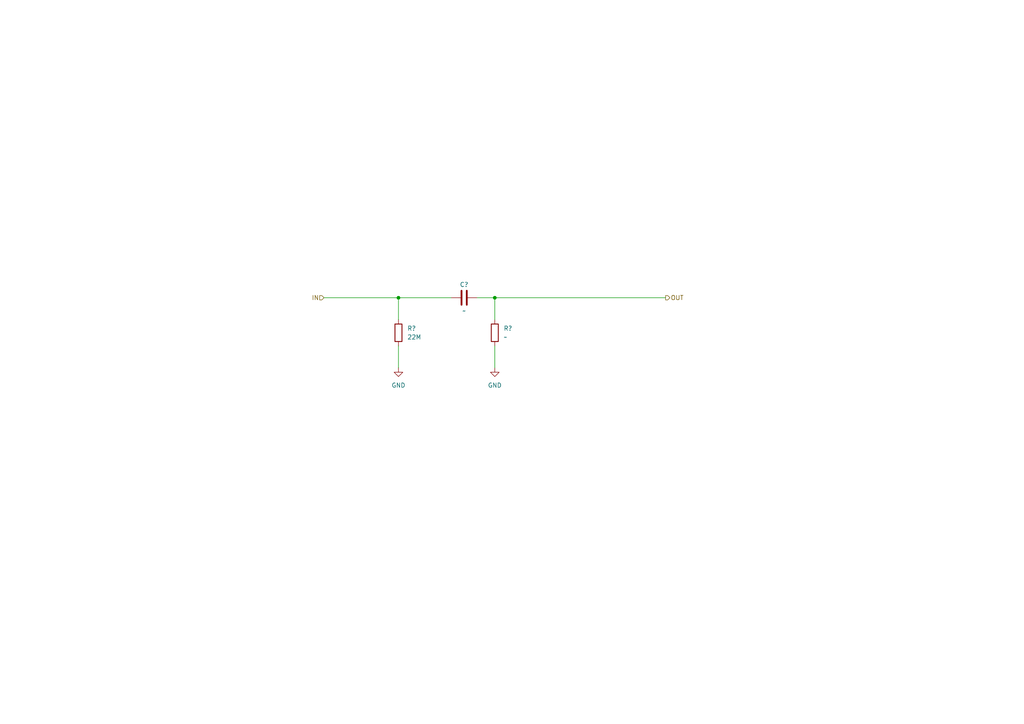
<source format=kicad_sch>
(kicad_sch (version 20211123) (generator eeschema)
  (paper "A4")
  (lib_symbols
    (symbol "Device:C" (pin_numbers hide) (pin_names (offset 0.254))
      (property "Reference" "C" (at 0.635 2.54 0))
      (property "Value" "C" (at 0.635 -2.54 0))
      (symbol "C_0_1"
        (polyline (pts (xy -2.032 -0.762) (xy 2.032 -0.762)) (stroke (width 0.508)))
        (polyline (pts (xy -2.032 0.762) (xy 2.032 0.762)) (stroke (width 0.508)))
      )
      (symbol "C_1_1"
        (pin passive line (at 0 3.81 270) (length 2.794) (name "~") (number "1"))
        (pin passive line (at 0 -3.81 90) (length 2.794) (name "~") (number "2"))
      )
    )
    (symbol "Device:R" (pin_numbers hide) (pin_names (offset 0))
      (property "Reference" "R" (at 2.032 0 90))
      (property "Value" "R" (at 0 0 90))
      (symbol "R_0_1"
        (rectangle (start -1.016 -2.54) (end 1.016 2.54) (stroke (width 0.254)))
      )
      (symbol "R_1_1"
        (pin passive line (at 0 3.81 270) (length 1.27) (name "~") (number "1"))
        (pin passive line (at 0 -3.81 90) (length 1.27) (name "~") (number "2"))
      )
    )
    (symbol "power:GND" (power) (pin_names (offset 0))
      (property "Value" "GND" (at 0 -3.81 0))
      (symbol "GND_0_1"
        (polyline (pts (xy 0 0) (xy 0 -1.27) (xy 1.27 -1.27) (xy 0 -2.54) (xy -1.27 -1.27) (xy 0 -1.27)))
      )
      (symbol "GND_1_1"
        (pin power_in line (at 0 0 270) (length 0) hide (name "GND") (number "1"))
      )
    )
  )
  (junction (at 115.57 86.36))
  (junction (at 143.51 86.36))
  (wire (pts (xy 115.57 100.33) (xy 115.57 106.68)))
  (wire (pts (xy 138.43 86.36) (xy 143.51 86.36)))
  (wire (pts (xy 143.51 86.36) (xy 143.51 92.71)))
  (wire (pts (xy 143.51 100.33) (xy 143.51 106.68)))
  (wire (pts (xy 143.51 86.36) (xy 193.04 86.36)))
  (wire (pts (xy 93.98 86.36) (xy 115.57 86.36)))
  (wire (pts (xy 115.57 86.36) (xy 130.81 86.36)))
  (wire (pts (xy 115.57 86.36) (xy 115.57 92.71)))
  (hierarchical_label "IN" (shape input) (at 93.98 86.36 180))
  (hierarchical_label "OUT" (shape output) (at 193.04 86.36 0))
  (symbol (lib_id "power:GND") (at 143.51 106.68 0) (unit 1)
    (property "Reference" "#PWR?" (effects hide))
    (property "Value" "~" (at 143.51 111.76 0))
  )
  (symbol (lib_id "Device:R") (at 115.57 96.52 0) (unit 1)
    (property "Reference" "R?" (at 118.11 95.2499 0) (effects (justify left)))
    (property "Value" "22M" (at 118.11 97.7899 0) (effects (justify left)))
    (property "Footprint" "Capacitor_SMD:C_0805_2012Metric_Pad1.18x1.45mm_HandSolder" (effects hide))
  )
  (symbol (lib_id "power:GND") (at 115.57 106.68 0) (unit 1)
    (property "Reference" "#PWR?" (effects hide))
    (property "Value" "~" (at 115.57 111.76 0))
  )
  (symbol (lib_id "Device:C") (at 134.62 86.36 90) (unit 1)
    (property "Reference" "C?" (at 134.62 82.55 90))
    (property "Value" "~" (at 134.62 90.17 90))
  )
  (symbol (lib_id "Device:R") (at 143.51 96.52 0) (unit 1)
    (property "Reference" "R?" (at 146.05 95.2499 0) (effects (justify left)))
    (property "Value" "~" (at 146.05 97.7899 0) (effects (justify left)))
  )
)
</source>
